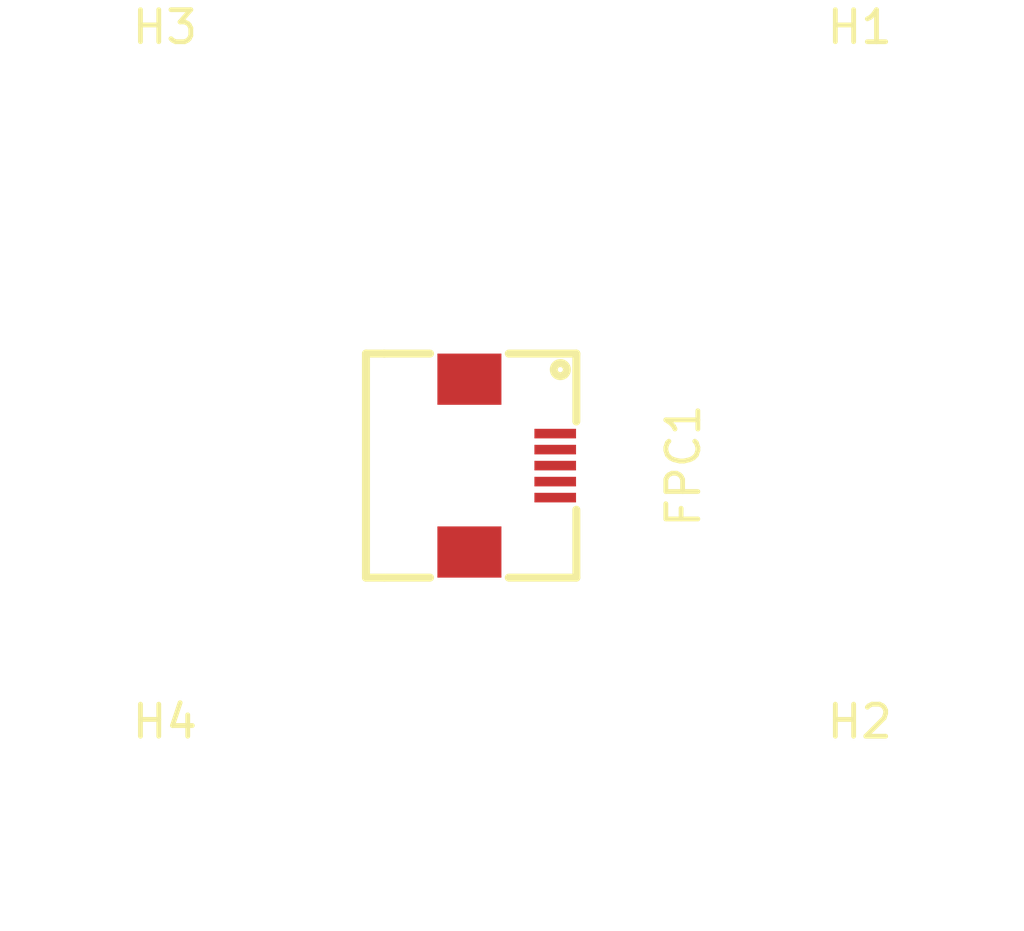
<source format=kicad_pcb>
(kicad_pcb (version 20241229) (generator "pcbnew") (generator_version "9.0")
  (layers (0 "F.Cu" signal) (2 "B.Cu" signal) (13 "F.Paste" user) (15 "B.Paste" user) (5 "F.SilkS" user "F.Silkscreen") (7 "B.SilkS" user "B.Silkscreen") (1 "F.Mask" user) (3 "B.Mask" user) (25 "Edge.Cuts" user))
  (net 0 "")
  (net 1 "GND")
  (net 2 "ADC1")
  (net 3 "VCC")
  (net 4 "JT_B1")
  (net 5 "ADC0")
  (footprint "ErgoCai.pretty:MountingHole_2.2mm_M2_DIN965" (layer "F.Cu") (at -10.85 10.85)
    (property "Reference" "H4" (at 0 -2.85 0) (layer "F.SilkS"))
    (property "Value" "MountingHole")
    (pad "" np_thru_hole circle (at 0 0) (size 2.2 2.2) (drill 2.2) (layers "*.Cu" "*.Mask"))
  )
  (footprint "ErgoCai.pretty:MountingHole_2.2mm_M2_DIN965" (layer "F.Cu") (at 10.85 -10.85)
    (property "Reference" "H1" (at 0 -2.85 0) (layer "F.SilkS"))
    (property "Value" "MountingHole")
    (pad "" np_thru_hole circle (at 0 0) (size 2.2 2.2) (drill 2.2) (layers "*.Cu" "*.Mask"))
  )
  (footprint "ErgoCai.pretty:FPC-SMD_AFC01-S05FCA-00" (layer "F.Cu") (at 0 0 -90)
    (property "Reference" "FPC1" (at 0 -5.34 90) (layer "F.SilkS"))
    (property "Value" "AFC01-S05FCA-00")
    (fp_line (start 3.5 4.57) (end -3.5 4.57) (stroke (width 0.25)) (layer "F.SilkS"))
    (fp_line (start -3.5 4) (end -3.5 4.57) (stroke (width 0.25)) (layer "F.SilkS"))
    (fp_line (start 3.5 4) (end 3.5 4.57) (stroke (width 0.25)) (layer "F.SilkS"))
    (fp_line (start -3.5 2.57) (end -3.5 4) (stroke (width 0.25)) (layer "F.SilkS"))
    (fp_line (start 3.5 2.57) (end 3.5 4) (stroke (width 0.25)) (layer "F.SilkS"))
    (fp_line (start -3.5 -2) (end -3.5 0.11) (stroke (width 0.25)) (layer "F.SilkS"))
    (fp_line (start -3.5 -2) (end -1.38 -2) (stroke (width 0.25)) (layer "F.SilkS"))
    (fp_line (start 1.38 -2) (end 3.5 -2) (stroke (width 0.25)) (layer "F.SilkS"))
    (fp_line (start 3.5 -2) (end 3.5 0.11) (stroke (width 0.25)) (layer "F.SilkS"))
    (fp_circle (center -3 -1.5) (end -2.92 -1.5) (stroke (width 0.25)) (fill no) (layer "F.SilkS"))
    (pad "1" smd rect (at -1 -1.34 270) (size 0.3 1.3) (layers "F.Cu" "F.Mask" "F.Paste") (net 1 "GND"))
    (pad "2" smd rect (at -0.5 -1.34 270) (size 0.3 1.3) (layers "F.Cu" "F.Mask" "F.Paste") (net 3 "VCC"))
    (pad "3" smd rect (at 0 -1.34 270) (size 0.3 1.3) (layers "F.Cu" "F.Mask" "F.Paste") (net 2 "ADC1"))
    (pad "4" smd rect (at 0.5 -1.34 270) (size 0.3 1.3) (layers "F.Cu" "F.Mask" "F.Paste") (net 5 "ADC0"))
    (pad "5" smd rect (at 1 -1.34 270) (size 0.3 1.3) (layers "F.Cu" "F.Mask" "F.Paste") (net 4 "JT_B1"))
    (pad "6" smd rect (at 2.7 1.34 270) (size 1.6 2) (layers "F.Cu" "F.Mask" "F.Paste") (net 1 "GND"))
    (pad "7" smd rect (at -2.7 1.34 270) (size 1.6 2) (layers "F.Cu" "F.Mask" "F.Paste") (net 1 "GND"))
  )
  (footprint "ErgoCai.pretty:MountingHole_2.2mm_M2_DIN965" (layer "F.Cu") (at 10.85 10.85)
    (property "Reference" "H2" (at 0 -2.85 0) (layer "F.SilkS"))
    (property "Value" "MountingHole")
    (pad "" np_thru_hole circle (at 0 0) (size 2.2 2.2) (drill 2.2) (layers "*.Cu" "*.Mask"))
  )
  (footprint "ErgoCai.pretty:MountingHole_2.2mm_M2_DIN965" (layer "F.Cu") (at -10.85 -10.85)
    (property "Reference" "H3" (at 0 -2.85 0) (layer "F.SilkS"))
    (property "Value" "MountingHole")
    (pad "" np_thru_hole circle (at 0 0) (size 2.2 2.2) (drill 2.2) (layers "*.Cu" "*.Mask"))
  )
)
</source>
